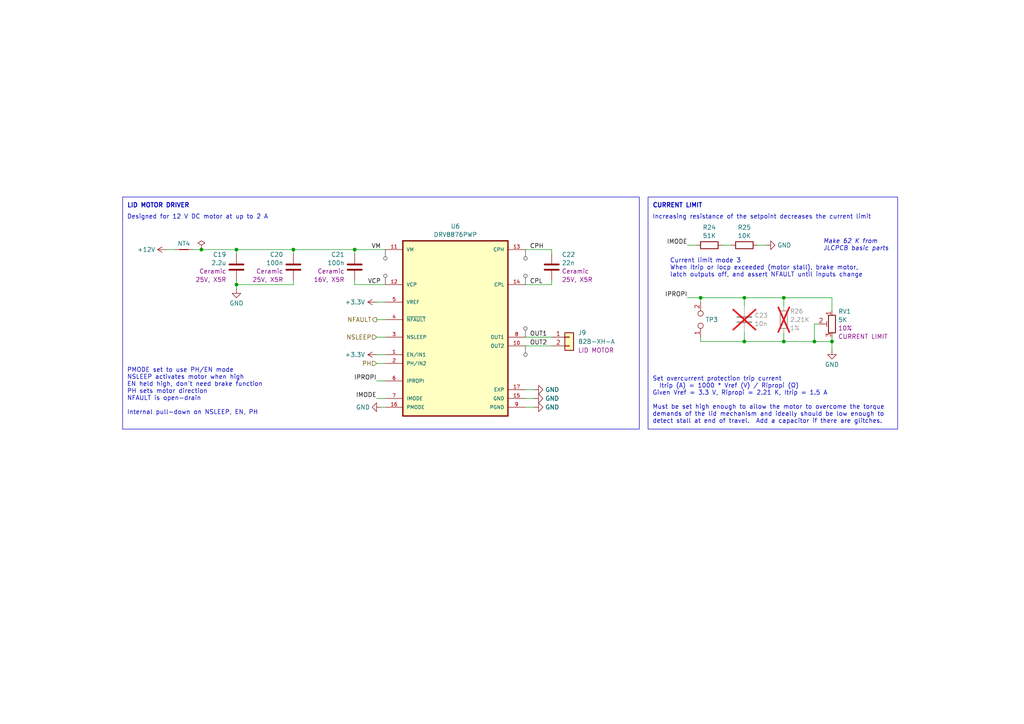
<source format=kicad_sch>
(kicad_sch (version 20231120) (generator "eeschema") (generator_version "8.0")
  (paper "A4")
  (title_block (title "Minuet Lid Motor Driver"))
  (lib_symbols
    (symbol "Connector:TestPoint_2Pole" (pin_names (offset 0.762) hide)
      (property "Reference" "TP" (at 0 1.524 0))
      (property "Value" "TestPoint_2Pole" (at 0 -1.778 0))
      (symbol "TestPoint_2Pole_0_1"
        (circle (center -1.778 0) (radius 0.762))
        (circle (center 1.778 0) (radius 0.762))
        (pin passive line (at -5.08 0 0) (length 2.54) (name "1") (number "1"))
        (pin passive line (at 5.08 0 180) (length 2.54) (name "2") (number "2"))
      )
    )
    (symbol "Connector_Generic:Conn_01x02" (pin_names (offset 1.016) hide)
      (property "Reference" "J" (at 0 2.54 0))
      (property "Value" "Conn_01x02" (at 0 -5.08 0))
      (symbol "Conn_01x02_1_1"
        (rectangle (start -1.27 -2.413) (end 0 -2.667) (stroke (width 0.1524)))
        (rectangle (start -1.27 0.127) (end 0 -0.127) (stroke (width 0.1524)))
        (rectangle (start -1.27 1.27) (end 1.27 -3.81) (stroke (width 0.254)) (fill (type background)))
        (pin passive line (at -5.08 0 0) (length 3.81) (name "Pin_1") (number "1"))
        (pin passive line (at -5.08 -2.54 0) (length 3.81) (name "Pin_2") (number "2"))
      )
    )
    (symbol "DRV8876PWPR:DRV8876PWPR" (pin_names (offset 1.016))
      (property "Reference" "U" (at -15.24 26.4 0))
      (property "Value" "DRV8876PWPR" (at -15.24 -29.4 0))
      (symbol "DRV8876PWPR_0_0"
        (rectangle (start -15.24 25.4) (end 15.24 -25.4) (stroke (width 0.41)) (fill (type background)))
        (pin input line (at -20.32 -7.62 0) (length 5.08) (name "EN/IN1") (number "1"))
        (pin power_in line (at -20.32 22.86 0) (length 5.08) (name "VM") (number "11"))
        (pin power_out line (at -20.32 12.7 0) (length 5.08) (name "VCP") (number "12"))
        (pin power_out line (at 20.32 22.86 180) (length 5.08) (name "CPH") (number "13"))
        (pin power_out line (at 20.32 12.7 180) (length 5.08) (name "CPL") (number "14"))
        (pin power_in line (at 20.32 -20.32 180) (length 5.08) (name "GND") (number "15"))
        (pin input line (at -20.32 -22.86 0) (length 5.08) (name "PMODE") (number "16"))
        (pin passive line (at 20.32 -17.78 180) (length 5.08) (name "EXP") (number "17"))
        (pin input line (at -20.32 -10.16 0) (length 5.08) (name "PH/IN2") (number "2"))
        (pin input line (at -20.32 -2.54 0) (length 5.08) (name "NSLEEP") (number "3"))
        (pin output line (at -20.32 2.54 0) (length 5.08) (name "~{NFAULT}") (number "4"))
        (pin input line (at -20.32 7.62 0) (length 5.08) (name "VREF") (number "5"))
        (pin output line (at -20.32 -15.24 0) (length 5.08) (name "IPROPI") (number "6"))
        (pin input line (at -20.32 -20.32 0) (length 5.08) (name "IMODE") (number "7"))
        (pin power_in line (at 20.32 -22.86 180) (length 5.08) (name "PGND") (number "9"))
      )
      (symbol "DRV8876PWPR_1_0"
        (pin power_out line (at 20.32 -5.08 180) (length 5.08) (name "OUT2") (number "10"))
        (pin power_out line (at 20.32 -2.54 180) (length 5.08) (name "OUT1") (number "8"))
      )
    )
    (symbol "Device:C" (pin_numbers hide) (pin_names (offset 0.254))
      (property "Reference" "C" (at 0.635 2.54 0))
      (property "Value" "C" (at 0.635 -2.54 0))
      (symbol "C_0_1"
        (polyline (pts (xy -2.032 -0.762) (xy 2.032 -0.762)) (stroke (width 0.508)))
        (polyline (pts (xy -2.032 0.762) (xy 2.032 0.762)) (stroke (width 0.508)))
      )
      (symbol "C_1_1"
        (pin passive line (at 0 3.81 270) (length 2.794) (name "~") (number "1"))
        (pin passive line (at 0 -3.81 90) (length 2.794) (name "~") (number "2"))
      )
    )
    (symbol "Device:NetTie_2" (pin_numbers hide) (pin_names (offset 0) hide) (in_bom no)
      (property "Reference" "NT" (at 0 1.27 0))
      (property "Value" "NetTie_2" (at 0 -1.27 0))
      (symbol "NetTie_2_0_1"
        (polyline (pts (xy -1.27 0) (xy 1.27 0)) (stroke (width 0.254)))
      )
      (symbol "NetTie_2_1_1"
        (pin passive line (at -2.54 0 0) (length 2.54) (name "1") (number "1"))
        (pin passive line (at 2.54 0 180) (length 2.54) (name "2") (number "2"))
      )
    )
    (symbol "Device:R" (pin_numbers hide) (pin_names (offset 0))
      (property "Reference" "R" (at 2.032 0 90))
      (property "Value" "R" (at 0 0 90))
      (symbol "R_0_1"
        (rectangle (start -1.016 -2.54) (end 1.016 2.54) (stroke (width 0.254)))
      )
      (symbol "R_1_1"
        (pin passive line (at 0 3.81 270) (length 1.27) (name "~") (number "1"))
        (pin passive line (at 0 -3.81 90) (length 1.27) (name "~") (number "2"))
      )
    )
    (symbol "Device:R_Potentiometer_Trim" (pin_names (offset 1.016) hide)
      (property "Reference" "RV" (at -4.445 0 90))
      (property "Value" "R_Potentiometer_Trim" (at -2.54 0 90))
      (symbol "R_Potentiometer_Trim_0_1"
        (polyline (pts (xy 1.524 0.762) (xy 1.524 -0.762)))
        (polyline (pts (xy 2.54 0) (xy 1.524 0)))
        (rectangle (start 1.016 2.54) (end -1.016 -2.54) (stroke (width 0.254)))
      )
      (symbol "R_Potentiometer_Trim_1_1"
        (pin passive line (at 0 3.81 270) (length 1.27) (name "1") (number "1"))
        (pin passive line (at 3.81 0 180) (length 1.27) (name "2") (number "2"))
        (pin passive line (at 0 -3.81 90) (length 1.27) (name "3") (number "3"))
      )
    )
    (symbol "power:+12V" (power) (pin_numbers hide) (pin_names (offset 0) hide)
      (property "Value" "+12V" (at 0 3.556 0))
      (symbol "+12V_0_1"
        (polyline (pts (xy -0.762 1.27) (xy 0 2.54)))
        (polyline (pts (xy 0 0) (xy 0 2.54)))
        (polyline (pts (xy 0 2.54) (xy 0.762 1.27)))
      )
      (symbol "+12V_1_1"
        (pin power_in line (at 0 0 90) (length 0) (name "~") (number "1"))
      )
    )
    (symbol "power:+3.3V" (power) (pin_numbers hide) (pin_names (offset 0) hide)
      (property "Value" "+3.3V" (at 0 3.556 0))
      (symbol "+3.3V_0_1"
        (polyline (pts (xy -0.762 1.27) (xy 0 2.54)))
        (polyline (pts (xy 0 0) (xy 0 2.54)))
        (polyline (pts (xy 0 2.54) (xy 0.762 1.27)))
      )
      (symbol "+3.3V_1_1"
        (pin power_in line (at 0 0 90) (length 0) (name "~") (number "1"))
      )
    )
    (symbol "power:GND" (power) (pin_numbers hide) (pin_names (offset 0) hide)
      (property "Value" "GND" (at 0 -3.81 0))
      (symbol "GND_0_1"
        (polyline (pts (xy 0 0) (xy 0 -1.27) (xy 1.27 -1.27) (xy 0 -2.54) (xy -1.27 -1.27) (xy 0 -1.27)))
      )
      (symbol "GND_1_1"
        (pin power_in line (at 0 0 270) (length 0) (name "~") (number "1"))
      )
    )
    (symbol "power:PWR_FLAG" (power) (pin_numbers hide) (pin_names (offset 0) hide)
      (property "Value" "PWR_FLAG" (at 0 3.81 0))
      (symbol "PWR_FLAG_0_0"
        (pin power_out line (at 0 0 90) (length 0) (name "~") (number "1"))
      )
      (symbol "PWR_FLAG_0_1"
        (polyline (pts (xy 0 0) (xy 0 1.27) (xy -1.016 1.905) (xy 0 2.54) (xy 1.016 1.905) (xy 0 1.27)))
      )
    )
  )
  (junction (at 227.33 86.36))
  (junction (at 58.42 72.39))
  (junction (at 203.2 86.36))
  (junction (at 215.9 86.36))
  (junction (at 68.58 72.39))
  (junction (at 236.22 99.06))
  (junction (at 85.09 72.39))
  (junction (at 227.33 99.06))
  (junction (at 68.58 82.55))
  (junction (at 241.3 99.06))
  (junction (at 102.87 72.39))
  (junction (at 215.9 99.06))
  (wire (pts (xy 85.09 72.39) (xy 85.09 73.66)))
  (wire (pts (xy 152.4 82.55) (xy 160.02 82.55)))
  (wire (pts (xy 152.4 115.57) (xy 154.94 115.57)))
  (wire (pts (xy 209.55 71.12) (xy 212.09 71.12)))
  (wire (pts (xy 110.49 118.11) (xy 111.76 118.11)))
  (wire (pts (xy 236.22 99.06) (xy 241.3 99.06)))
  (wire (pts (xy 219.71 71.12) (xy 222.25 71.12)))
  (wire (pts (xy 102.87 73.66) (xy 102.87 72.39)))
  (wire (pts (xy 227.33 96.52) (xy 227.33 99.06)))
  (wire (pts (xy 109.22 105.41) (xy 111.76 105.41)))
  (wire (pts (xy 152.4 113.03) (xy 154.94 113.03)))
  (wire (pts (xy 109.22 115.57) (xy 111.76 115.57)))
  (wire (pts (xy 152.4 118.11) (xy 154.94 118.11)))
  (wire (pts (xy 203.2 99.06) (xy 215.9 99.06)))
  (wire (pts (xy 152.4 72.39) (xy 160.02 72.39)))
  (wire (pts (xy 160.02 73.66) (xy 160.02 72.39)))
  (wire (pts (xy 237.49 93.98) (xy 236.22 93.98)))
  (wire (pts (xy 203.2 97.79) (xy 203.2 99.06)))
  (wire (pts (xy 102.87 72.39) (xy 111.76 72.39)))
  (wire (pts (xy 241.3 90.17) (xy 241.3 86.36)))
  (wire (pts (xy 203.2 86.36) (xy 215.9 86.36)))
  (wire (pts (xy 215.9 96.52) (xy 215.9 99.06)))
  (wire (pts (xy 227.33 99.06) (xy 236.22 99.06)))
  (wire (pts (xy 68.58 81.28) (xy 68.58 82.55)))
  (wire (pts (xy 55.88 72.39) (xy 58.42 72.39)))
  (wire (pts (xy 68.58 82.55) (xy 68.58 83.82)))
  (wire (pts (xy 152.4 100.33) (xy 160.02 100.33)))
  (wire (pts (xy 109.22 97.79) (xy 111.76 97.79)))
  (wire (pts (xy 68.58 82.55) (xy 85.09 82.55)))
  (wire (pts (xy 85.09 72.39) (xy 102.87 72.39)))
  (wire (pts (xy 199.39 86.36) (xy 203.2 86.36)))
  (wire (pts (xy 160.02 81.28) (xy 160.02 82.55)))
  (wire (pts (xy 227.33 86.36) (xy 241.3 86.36)))
  (wire (pts (xy 109.22 87.63) (xy 111.76 87.63)))
  (wire (pts (xy 68.58 72.39) (xy 58.42 72.39)))
  (wire (pts (xy 241.3 99.06) (xy 241.3 101.6)))
  (wire (pts (xy 102.87 81.28) (xy 102.87 82.55)))
  (wire (pts (xy 68.58 72.39) (xy 68.58 73.66)))
  (wire (pts (xy 215.9 86.36) (xy 227.33 86.36)))
  (wire (pts (xy 48.26 72.39) (xy 50.8 72.39)))
  (wire (pts (xy 85.09 82.55) (xy 85.09 81.28)))
  (wire (pts (xy 215.9 99.06) (xy 227.33 99.06)))
  (wire (pts (xy 215.9 86.36) (xy 215.9 88.9)))
  (wire (pts (xy 68.58 72.39) (xy 85.09 72.39)))
  (wire (pts (xy 203.2 86.36) (xy 203.2 87.63)))
  (wire (pts (xy 109.22 110.49) (xy 111.76 110.49)))
  (wire (pts (xy 199.39 71.12) (xy 201.93 71.12)))
  (wire (pts (xy 109.22 102.87) (xy 111.76 102.87)))
  (wire (pts (xy 109.22 92.71) (xy 111.76 92.71)))
  (wire (pts (xy 241.3 97.79) (xy 241.3 99.06)))
  (wire (pts (xy 102.87 82.55) (xy 111.76 82.55)))
  (wire (pts (xy 227.33 86.36) (xy 227.33 88.9)))
  (wire (pts (xy 236.22 93.98) (xy 236.22 99.06)))
  (wire (pts (xy 152.4 97.79) (xy 160.02 97.79)))
  (rectangle (start 187.96 57.15) (end 260.35 124.46))
  (rectangle (start 35.56 57.15) (end 185.42 124.46))
  (text "Set overcurrent protection trip current\n  Itrip (A) = 1000 * Vref (V) / Ripropi (Ω)\nGiven Vref = 3.3 V, Ripropi = 2.21 K, Itrip = 1.5 A\n\nMust be set high enough to allow the motor to overcome the torque\ndemands of the lid mechanism and ideally should be low enough to\ndetect stall at end of travel.  Add a capacitor if there are glitches." (at 189.23 109.22 0) (effects (font (size 1.27 1.27)) (justify left top)))
  (text "Increasing resistance of the setpoint decreases the current limit" (at 189.23 62.23 0) (effects (font (size 1.27 1.27)) (justify left top)))
  (text "CURRENT LIMIT" (at 189.23 59.69 0) (effects (font (size 1.27 1.27) (thickness 0.254) (bold yes)) (justify left)))
  (text "PMODE set to use PH/EN mode\nNSLEEP activates motor when high\nEN held high, don't need brake function\nPH sets motor direction\nNFAULT is open-drain\n\nInternal pull-down on NSLEEP, EN, PH\n" (at 36.83 106.68 0) (effects (font (size 1.27 1.27)) (justify left top)))
  (text "Designed for 12 V DC motor at up to 2 A" (at 36.83 62.23 0) (effects (font (size 1.27 1.27)) (justify left top)))
  (text "Make 62 K from\nJLCPCB basic parts" (at 238.76 71.12 0) (effects (font (size 1.27 1.27) (italic yes)) (justify left)))
  (text "LID MOTOR DRIVER" (at 36.83 59.69 0) (effects (font (size 1.27 1.27) (thickness 0.254) (bold yes)) (justify left)))
  (text "Current limit mode 3\nWhen Itrip or Iocp exceeded (motor stall), brake motor,\nlatch outputs off, and assert NFAULT until inputs change" (at 194.31 74.93 0) (effects (font (size 1.27 1.27)) (justify left top)))
  (label "CPL" (at 153.67 82.55 0))
  (label "IMODE" (at 199.39 71.12 180))
  (label "VM" (at 110.49 72.39 180))
  (label "IMODE" (at 109.22 115.57 180))
  (label "OUT2" (at 153.67 100.33 0))
  (label "IPROPI" (at 199.39 86.36 180))
  (label "IPROPI" (at 109.22 110.49 180))
  (label "VCP" (at 110.49 82.55 180))
  (label "OUT1" (at 153.67 97.79 0))
  (label "CPH" (at 153.67 72.39 0))
  (hierarchical_label "PH" (shape input) (at 109.22 105.41 180))
  (hierarchical_label "NFAULT" (shape output) (at 109.22 92.71 180))
  (hierarchical_label "NSLEEP" (shape input) (at 109.22 97.79 180))
  (netclass_flag "" (length 2.54) (shape round) (at 111.76 72.39 180) (property "Netclass" "Power-2A" (effects (hide yes))))
  (netclass_flag "" (length 2.54) (shape round) (at 152.4 97.79 0) (property "Netclass" "Power-2A" (effects (hide yes))))
  (netclass_flag "" (length 2.54) (shape round) (at 152.4 100.33 180) (property "Netclass" "Power-2A" (effects (hide yes))))
  (netclass_flag "" (length 2.54) (shape round) (at 111.76 82.55 0) (property "Netclass" "Power" (effects (hide yes))))
  (netclass_flag "" (length 2.54) (shape round) (at 152.4 72.39 180) (property "Netclass" "Power" (effects (hide yes))))
  (netclass_flag "" (length 2.54) (shape round) (at 152.4 82.55 0) (property "Netclass" "Power" (effects (hide yes))))
  (symbol (lib_id "Device:C") (at 85.09 77.47 0) (mirror y) (unit 1)
    (property "Reference" "C20" (at 82.169 73.8335 0) (effects (justify left)))
    (property "Value" "100n" (at 82.169 76.2578 0) (effects (justify left)))
    (property "Footprint" "Capacitor_SMD:C_0603_1608Metric" (effects (hide yes)))
    (property "Description" "Unpolarized capacitor" (effects (hide yes)))
    (property "Type" "Ceramic" (at 82.169 78.6821 0) (effects (justify left)))
    (property "Rating" "25V, X5R" (at 82.169 81.1064 0) (effects (justify left)))
    (property "LCSC" "C14663" (effects (hide yes)))
  )
  (symbol (lib_id "power:GND") (at 154.94 115.57 90) (unit 1)
    (property "Reference" "#PWR065" (effects (hide yes)))
    (property "Value" "GND" (at 158.115 115.57 90) (effects (justify right)))
    (property "Description" "Power symbol creates a global label with name \"GND\" , ground" (effects (hide yes)))
  )
  (symbol (lib_id "power:PWR_FLAG") (at 58.42 72.39 0) (unit 1)
    (property "Reference" "#FLG05" (effects (hide yes)))
    (property "Value" "PWR_FLAG" (effects (hide yes)))
    (property "Description" "Special symbol for telling ERC where power comes from" (effects (hide yes)))
  )
  (symbol (lib_id "Connector:TestPoint_2Pole") (at 203.2 92.71 270) (mirror x) (unit 1) (in_bom no)
    (property "Reference" "TP3" (at 204.597 92.71 90) (effects (justify left)))
    (property "Value" "TestPoint_2Pole" (effects (hide yes)))
    (property "Footprint" "TestPoint:TestPoint_2Pads_Pitch2.54mm_Drill0.8mm" (effects (hide yes)))
    (property "Description" "2-polar test point" (effects (hide yes)))
  )
  (symbol (lib_id "power:GND") (at 110.49 118.11 270) (mirror x) (unit 1)
    (property "Reference" "#PWR066" (effects (hide yes)))
    (property "Value" "GND" (at 107.3151 118.11 90) (effects (justify right)))
    (property "Description" "Power symbol creates a global label with name \"GND\" , ground" (effects (hide yes)))
  )
  (symbol (lib_id "Device:C") (at 160.02 77.47 0) (unit 1)
    (property "Reference" "C22" (at 162.941 73.8335 0) (effects (justify left)))
    (property "Value" "22n" (at 162.941 76.2578 0) (effects (justify left)))
    (property "Footprint" "Capacitor_SMD:C_0603_1608Metric" (effects (hide yes)))
    (property "Description" "Unpolarized capacitor" (effects (hide yes)))
    (property "Type" "Ceramic" (at 162.941 78.6821 0) (effects (justify left)))
    (property "Rating" "25V, X5R" (at 162.941 81.1064 0) (effects (justify left)))
    (property "LCSC" "C21122" (effects (hide yes)))
  )
  (symbol (lib_id "Device:C") (at 102.87 77.47 0) (mirror y) (unit 1)
    (property "Reference" "C21" (at 99.949 73.8335 0) (effects (justify left)))
    (property "Value" "100n" (at 99.949 76.2578 0) (effects (justify left)))
    (property "Footprint" "Capacitor_SMD:C_0603_1608Metric" (effects (hide yes)))
    (property "Description" "Unpolarized capacitor" (effects (hide yes)))
    (property "Type" "Ceramic" (at 99.949 78.6821 0) (effects (justify left)))
    (property "Rating" "16V, X5R" (at 99.949 81.1064 0) (effects (justify left)))
    (property "LCSC" "C14663" (effects (hide yes)))
  )
  (symbol (lib_id "Device:R") (at 215.9 71.12 270) (unit 1)
    (property "Reference" "R25" (at 215.9 65.9595 90))
    (property "Value" "10K" (at 215.9 68.3838 90))
    (property "Footprint" "Resistor_SMD:R_0603_1608Metric" (effects (hide yes)))
    (property "Description" "Resistor" (effects (hide yes)))
    (property "LCSC" "C25804" (effects (hide yes)))
  )
  (symbol (lib_id "power:GND") (at 68.58 83.82 0) (unit 1)
    (property "Reference" "#PWR060" (effects (hide yes)))
    (property "Value" "GND" (at 68.58 87.9531 0))
    (property "Description" "Power symbol creates a global label with name \"GND\" , ground" (effects (hide yes)))
  )
  (symbol (lib_id "power:+12V") (at 48.26 72.39 90) (unit 1)
    (property "Reference" "#PWR059" (effects (hide yes)))
    (property "Value" "+12V" (at 45.085 72.39 90) (effects (justify left)))
    (property "Description" "Power symbol creates a global label with name \"+12V\"" (effects (hide yes)))
  )
  (symbol (lib_id "power:+3.3V") (at 109.22 102.87 90) (unit 1)
    (property "Reference" "#PWR063" (effects (hide yes)))
    (property "Value" "+3.3V" (at 105.918 102.87 90) (effects (justify left)))
    (property "Description" "Power symbol creates a global label with name \"+3.3V\"" (effects (hide yes)))
  )
  (symbol (lib_id "Device:NetTie_2") (at 53.34 72.39 0) (unit 1) (in_bom no)
    (property "Reference" "NT4" (at 53.34 70.6699 0))
    (property "Value" "NetTie_2" (effects (hide yes)))
    (property "Footprint" "Generic:NetTie-2_SMD_Pad1.0mm" (effects (hide yes)))
    (property "Description" "Net tie, 2 pins" (effects (hide yes)))
  )
  (symbol (lib_id "Device:C") (at 68.58 77.47 0) (mirror x) (unit 1)
    (property "Reference" "C19" (at 65.659 73.8335 0) (effects (justify right)))
    (property "Value" "2.2u" (at 65.659 76.2578 0) (effects (justify right)))
    (property "Footprint" "Capacitor_SMD:C_0805_2012Metric" (effects (hide yes)))
    (property "Description" "Unpolarized capacitor" (effects (hide yes)))
    (property "Type" "Ceramic" (at 65.659 78.6821 0) (effects (justify right)))
    (property "Rating" "25V, X5R" (at 65.659 81.1064 0) (effects (justify right)))
    (property "LCSC" "C377773" (effects (hide yes)))
  )
  (symbol (lib_id "power:GND") (at 241.3 101.6 0) (mirror y) (unit 1)
    (property "Reference" "#PWR062" (effects (hide yes)))
    (property "Value" "GND" (at 241.3 105.7331 0))
    (property "Description" "Power symbol creates a global label with name \"GND\" , ground" (effects (hide yes)))
  )
  (symbol (lib_id "power:GND") (at 154.94 118.11 90) (unit 1)
    (property "Reference" "#PWR067" (effects (hide yes)))
    (property "Value" "GND" (at 158.115 118.11 90) (effects (justify right)))
    (property "Description" "Power symbol creates a global label with name \"GND\" , ground" (effects (hide yes)))
  )
  (symbol (lib_id "Device:R") (at 205.74 71.12 270) (unit 1)
    (property "Reference" "R24" (at 205.74 65.9595 90))
    (property "Value" "51K" (at 205.74 68.3838 90))
    (property "Footprint" "Resistor_SMD:R_0603_1608Metric" (effects (hide yes)))
    (property "Description" "Resistor" (effects (hide yes)))
    (property "LCSC" "C23196" (effects (hide yes)))
  )
  (symbol (lib_id "power:GND") (at 154.94 113.03 90) (unit 1)
    (property "Reference" "#PWR064" (effects (hide yes)))
    (property "Value" "GND" (at 158.115 113.03 90) (effects (justify right)))
    (property "Description" "Power symbol creates a global label with name \"GND\" , ground" (effects (hide yes)))
  )
  (symbol (lib_id "Device:R") (at 227.33 92.71 0) (mirror y) (unit 1) (in_bom no) (dnp yes)
    (property "Reference" "R26" (at 229.108 90.2857 0) (effects (justify right)))
    (property "Value" "2.21K" (at 229.108 92.71 0) (effects (justify right)))
    (property "Footprint" "Resistor_SMD:R_0603_1608Metric" (effects (hide yes)))
    (property "Description" "Resistor" (effects (hide yes)))
    (property "Rating" "1%" (at 229.108 95.1343 0) (effects (justify right)))
  )
  (symbol (lib_id "power:+3.3V") (at 109.22 87.63 90) (unit 1)
    (property "Reference" "#PWR061" (effects (hide yes)))
    (property "Value" "+3.3V" (at 105.918 87.63 90) (effects (justify left)))
    (property "Description" "Power symbol creates a global label with name \"+3.3V\"" (effects (hide yes)))
  )
  (symbol (lib_id "power:GND") (at 222.25 71.12 90) (mirror x) (unit 1)
    (property "Reference" "#PWR058" (effects (hide yes)))
    (property "Value" "GND" (at 225.425 71.12 90) (effects (justify right)))
    (property "Description" "Power symbol creates a global label with name \"GND\" , ground" (effects (hide yes)))
  )
  (symbol (lib_id "DRV8876PWPR:DRV8876PWPR") (at 132.08 95.25 0) (unit 1)
    (property "Reference" "U6" (at 132.08 65.6275 0))
    (property "Value" "DRV8876PWP" (at 132.08 68.0518 0))
    (property "Footprint" "DRV8876PWPR:IC_DRV8876PWPR" (effects (hide yes)))
    (property "Datasheet" "https://www.ti.com/lit/ds/symlink/drv8876.pdf" (effects (hide yes)))
    (property "PARTREV" "E" (effects (hide yes)))
    (property "STANDARD" "Manufacturer Recommendations" (effects (hide yes)))
    (property "PACKAGE" "HTSSOP-16 Texas Instruments" (effects (hide yes)))
    (property "MAXIMUM_PACKAGE_HEIGHT" "1.2mm" (effects (hide yes)))
    (property "MANUFACTURER" "Texas Instruments" (effects (hide yes)))
    (property "LCSC" "C575551" (effects (hide yes)))
    (property "FT Rotation Offset" "270" (effects (hide yes)))
  )
  (symbol (lib_id "Device:R_Potentiometer_Trim") (at 241.3 93.98 0) (mirror y) (unit 1)
    (property "Reference" "RV1" (at 243.078 90.3435 0) (effects (justify right)))
    (property "Value" "5K" (at 243.078 92.7678 0) (effects (justify right)))
    (property "Footprint" "3362P-1-502LF:TRIM_3362P-1-502LF" (effects (hide yes)))
    (property "Datasheet" "https://www.bourns.com/docs/Product-Datasheets/3362.pdf" (effects (hide yes)))
    (property "Description" "Trim-potentiometer" (effects (hide yes)))
    (property "Rating" "10%" (at 243.078 95.1921 0) (effects (justify right)))
    (property "Label" "CURRENT LIMIT" (at 243.078 97.6164 0) (effects (justify right)))
    (property "LCSC" "C81260" (effects (hide yes)))
  )
  (symbol (lib_id "Connector_Generic:Conn_01x02") (at 165.1 97.79 0) (unit 1)
    (property "Reference" "J9" (at 167.64 96.52 0) (effects (justify left)))
    (property "Value" "B2B-XH-A" (at 167.64 99.06 0) (effects (justify left)))
    (property "Footprint" "Connector_JST:JST_XH_B2B-XH-A_1x02_P2.50mm_Vertical" (effects (hide yes)))
    (property "Description" "Generic connector, single row, 01x02, script generated (kicad-library-utils/schlib/autogen/connector/)" (effects (hide yes)))
    (property "Label" "LID MOTOR" (at 167.64 101.6 0) (effects (justify left)))
    (property "LCSC" "C158012" (effects (hide yes)))
  )
  (symbol (lib_id "Device:C") (at 215.9 92.71 0) (mirror y) (unit 1) (in_bom no) (dnp yes)
    (property "Reference" "C23" (at 218.821 91.4978 0) (effects (justify right)))
    (property "Value" "10n" (at 218.821 93.9221 0) (effects (justify right)))
    (property "Footprint" "Capacitor_SMD:C_0603_1608Metric" (effects (hide yes)))
    (property "Description" "Unpolarized capacitor" (effects (hide yes)))
    (property "Type" "Ceramic" (effects (hide yes)))
    (property "Rating" "6.3V, X5R" (effects (hide yes)))
  )
)
</source>
